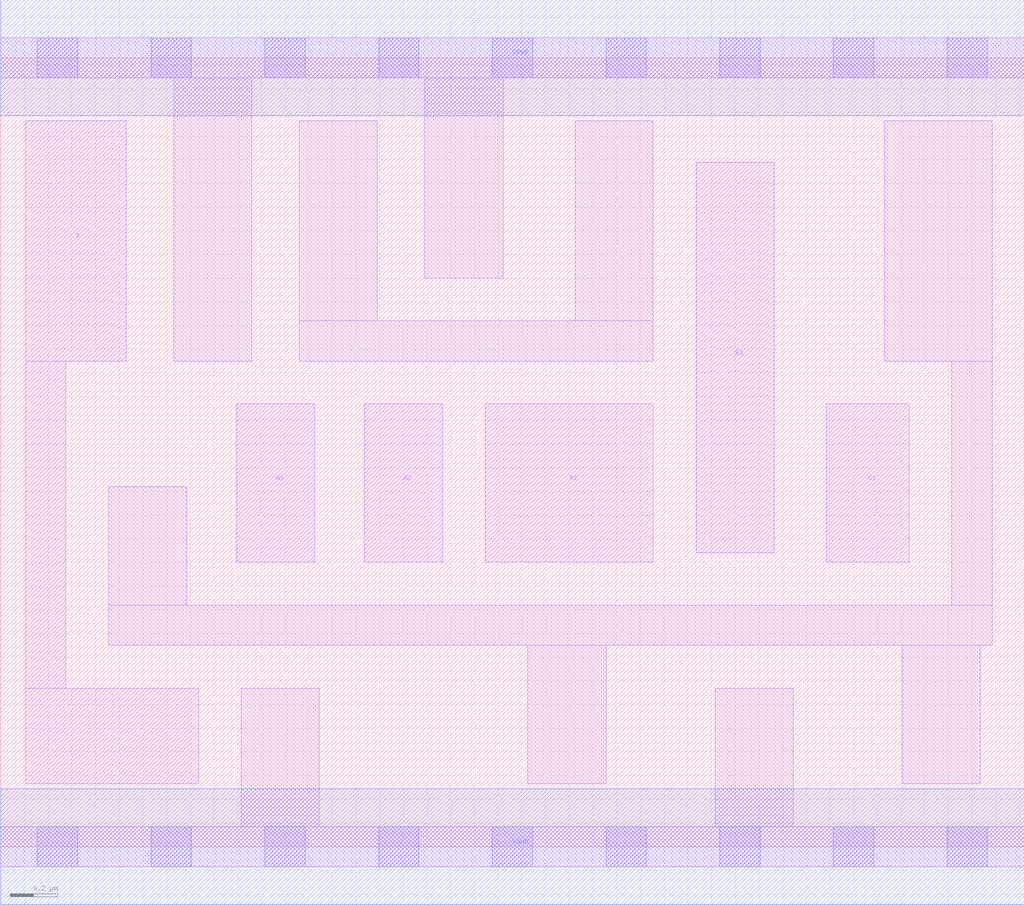
<source format=lef>
# Copyright 2020 The SkyWater PDK Authors
#
# Licensed under the Apache License, Version 2.0 (the "License");
# you may not use this file except in compliance with the License.
# You may obtain a copy of the License at
#
#     https://www.apache.org/licenses/LICENSE-2.0
#
# Unless required by applicable law or agreed to in writing, software
# distributed under the License is distributed on an "AS IS" BASIS,
# WITHOUT WARRANTIES OR CONDITIONS OF ANY KIND, either express or implied.
# See the License for the specific language governing permissions and
# limitations under the License.
#
# SPDX-License-Identifier: Apache-2.0

VERSION 5.7 ;
  NOWIREEXTENSIONATPIN ON ;
  DIVIDERCHAR "/" ;
  BUSBITCHARS "[]" ;
UNITS
  DATABASE MICRONS 200 ;
END UNITS
MACRO sky130_fd_sc_lp__a311o_lp
  CLASS CORE ;
  FOREIGN sky130_fd_sc_lp__a311o_lp ;
  ORIGIN  0.000000  0.000000 ;
  SIZE  4.320000 BY  3.330000 ;
  SYMMETRY X Y R90 ;
  SITE unit ;
  PIN A1
    ANTENNAGATEAREA  0.313000 ;
    DIRECTION INPUT ;
    USE SIGNAL ;
    PORT
      LAYER li1 ;
        RECT 2.045000 1.200000 2.755000 1.870000 ;
    END
  END A1
  PIN A2
    ANTENNAGATEAREA  0.313000 ;
    DIRECTION INPUT ;
    USE SIGNAL ;
    PORT
      LAYER li1 ;
        RECT 1.535000 1.200000 1.865000 1.870000 ;
    END
  END A2
  PIN A3
    ANTENNAGATEAREA  0.313000 ;
    DIRECTION INPUT ;
    USE SIGNAL ;
    PORT
      LAYER li1 ;
        RECT 0.995000 1.200000 1.325000 1.870000 ;
    END
  END A3
  PIN B1
    ANTENNAGATEAREA  0.376000 ;
    DIRECTION INPUT ;
    USE SIGNAL ;
    PORT
      LAYER li1 ;
        RECT 2.935000 1.240000 3.265000 2.890000 ;
    END
  END B1
  PIN C1
    ANTENNAGATEAREA  0.376000 ;
    DIRECTION INPUT ;
    USE SIGNAL ;
    PORT
      LAYER li1 ;
        RECT 3.485000 1.200000 3.835000 1.870000 ;
    END
  END C1
  PIN X
    ANTENNADIFFAREA  0.404700 ;
    DIRECTION OUTPUT ;
    USE SIGNAL ;
    PORT
      LAYER li1 ;
        RECT 0.105000 0.265000 0.835000 0.670000 ;
        RECT 0.105000 0.670000 0.275000 2.050000 ;
        RECT 0.105000 2.050000 0.530000 3.065000 ;
    END
  END X
  PIN VGND
    DIRECTION INOUT ;
    USE GROUND ;
    PORT
      LAYER met1 ;
        RECT 0.000000 -0.245000 4.320000 0.245000 ;
    END
  END VGND
  PIN VPWR
    DIRECTION INOUT ;
    USE POWER ;
    PORT
      LAYER met1 ;
        RECT 0.000000 3.085000 4.320000 3.575000 ;
    END
  END VPWR
  OBS
    LAYER li1 ;
      RECT 0.000000 -0.085000 4.320000 0.085000 ;
      RECT 0.000000  3.245000 4.320000 3.415000 ;
      RECT 0.455000  0.850000 4.185000 1.020000 ;
      RECT 0.455000  1.020000 0.785000 1.520000 ;
      RECT 0.730000  2.050000 1.060000 3.245000 ;
      RECT 1.015000  0.085000 1.345000 0.670000 ;
      RECT 1.260000  2.050000 2.755000 2.220000 ;
      RECT 1.260000  2.220000 1.590000 3.065000 ;
      RECT 1.790000  2.400000 2.120000 3.245000 ;
      RECT 2.225000  0.265000 2.555000 0.850000 ;
      RECT 2.425000  2.220000 2.755000 3.065000 ;
      RECT 3.015000  0.085000 3.345000 0.670000 ;
      RECT 3.730000  2.050000 4.185000 3.065000 ;
      RECT 3.805000  0.265000 4.135000 0.850000 ;
      RECT 4.015000  1.020000 4.185000 2.050000 ;
    LAYER mcon ;
      RECT 0.155000 -0.085000 0.325000 0.085000 ;
      RECT 0.155000  3.245000 0.325000 3.415000 ;
      RECT 0.635000 -0.085000 0.805000 0.085000 ;
      RECT 0.635000  3.245000 0.805000 3.415000 ;
      RECT 1.115000 -0.085000 1.285000 0.085000 ;
      RECT 1.115000  3.245000 1.285000 3.415000 ;
      RECT 1.595000 -0.085000 1.765000 0.085000 ;
      RECT 1.595000  3.245000 1.765000 3.415000 ;
      RECT 2.075000 -0.085000 2.245000 0.085000 ;
      RECT 2.075000  3.245000 2.245000 3.415000 ;
      RECT 2.555000 -0.085000 2.725000 0.085000 ;
      RECT 2.555000  3.245000 2.725000 3.415000 ;
      RECT 3.035000 -0.085000 3.205000 0.085000 ;
      RECT 3.035000  3.245000 3.205000 3.415000 ;
      RECT 3.515000 -0.085000 3.685000 0.085000 ;
      RECT 3.515000  3.245000 3.685000 3.415000 ;
      RECT 3.995000 -0.085000 4.165000 0.085000 ;
      RECT 3.995000  3.245000 4.165000 3.415000 ;
  END
END sky130_fd_sc_lp__a311o_lp
END LIBRARY

</source>
